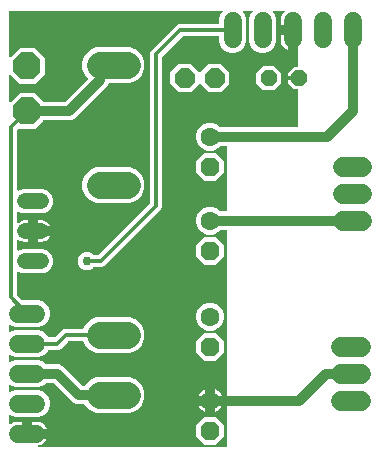
<source format=gbr>
G04 EAGLE Gerber RS-274X export*
G75*
%MOMM*%
%FSLAX34Y34*%
%LPD*%
%INTop Copper*%
%IPPOS*%
%AMOC8*
5,1,8,0,0,1.08239X$1,22.5*%
G01*
%ADD10C,2.250000*%
%ADD11P,1.732040X8X292.500000*%
%ADD12C,1.600200*%
%ADD13C,1.676400*%
%ADD14C,1.320800*%
%ADD15P,1.429621X8X202.500000*%
%ADD16P,1.814519X8X202.500000*%
%ADD17C,1.524000*%
%ADD18P,2.474344X8X22.500000*%
%ADD19C,0.812800*%
%ADD20C,0.304800*%
%ADD21C,0.756400*%

G36*
X219730Y13974D02*
X219730Y13974D01*
X219749Y13972D01*
X219851Y13994D01*
X219953Y14010D01*
X219970Y14020D01*
X219990Y14024D01*
X220079Y14077D01*
X220170Y14126D01*
X220184Y14140D01*
X220201Y14150D01*
X220268Y14229D01*
X220340Y14304D01*
X220348Y14322D01*
X220361Y14337D01*
X220400Y14433D01*
X220443Y14527D01*
X220445Y14547D01*
X220453Y14565D01*
X220471Y14732D01*
X220471Y197104D01*
X220468Y197124D01*
X220470Y197143D01*
X220448Y197245D01*
X220432Y197347D01*
X220422Y197364D01*
X220418Y197384D01*
X220365Y197473D01*
X220316Y197564D01*
X220302Y197578D01*
X220292Y197595D01*
X220213Y197662D01*
X220138Y197734D01*
X220120Y197742D01*
X220105Y197755D01*
X220009Y197794D01*
X219915Y197837D01*
X219895Y197839D01*
X219877Y197847D01*
X219710Y197865D01*
X214885Y197865D01*
X214795Y197851D01*
X214704Y197843D01*
X214674Y197831D01*
X214642Y197826D01*
X214561Y197783D01*
X214478Y197747D01*
X214445Y197721D01*
X214425Y197710D01*
X214403Y197687D01*
X214347Y197642D01*
X212431Y195727D01*
X208089Y193928D01*
X203391Y193928D01*
X199049Y195727D01*
X195727Y199049D01*
X193928Y203391D01*
X193928Y208089D01*
X195727Y212431D01*
X199049Y215753D01*
X203391Y217552D01*
X208089Y217552D01*
X212431Y215753D01*
X214347Y213838D01*
X214421Y213785D01*
X214490Y213725D01*
X214520Y213713D01*
X214546Y213694D01*
X214633Y213667D01*
X214718Y213633D01*
X214759Y213629D01*
X214781Y213622D01*
X214814Y213623D01*
X214885Y213615D01*
X219710Y213615D01*
X219730Y213618D01*
X219749Y213616D01*
X219851Y213638D01*
X219953Y213654D01*
X219970Y213664D01*
X219990Y213668D01*
X220079Y213721D01*
X220170Y213770D01*
X220184Y213784D01*
X220201Y213794D01*
X220268Y213873D01*
X220340Y213948D01*
X220348Y213966D01*
X220361Y213981D01*
X220400Y214077D01*
X220443Y214171D01*
X220445Y214191D01*
X220453Y214209D01*
X220471Y214376D01*
X220471Y268224D01*
X220468Y268244D01*
X220470Y268263D01*
X220448Y268365D01*
X220432Y268467D01*
X220422Y268484D01*
X220418Y268504D01*
X220365Y268593D01*
X220316Y268684D01*
X220302Y268698D01*
X220292Y268715D01*
X220213Y268782D01*
X220138Y268854D01*
X220120Y268862D01*
X220105Y268875D01*
X220009Y268914D01*
X219915Y268957D01*
X219895Y268959D01*
X219877Y268967D01*
X219710Y268985D01*
X214885Y268985D01*
X214795Y268971D01*
X214704Y268963D01*
X214674Y268951D01*
X214642Y268946D01*
X214561Y268903D01*
X214478Y268867D01*
X214445Y268841D01*
X214425Y268830D01*
X214403Y268807D01*
X214347Y268762D01*
X212431Y266847D01*
X208089Y265048D01*
X203391Y265048D01*
X199049Y266847D01*
X195727Y270169D01*
X193928Y274511D01*
X193928Y279209D01*
X195727Y283551D01*
X199049Y286873D01*
X203391Y288672D01*
X208089Y288672D01*
X212431Y286873D01*
X214347Y284958D01*
X214421Y284905D01*
X214490Y284845D01*
X214520Y284833D01*
X214546Y284814D01*
X214633Y284787D01*
X214718Y284753D01*
X214759Y284749D01*
X214781Y284742D01*
X214814Y284743D01*
X214885Y284735D01*
X279400Y284735D01*
X279420Y284738D01*
X279439Y284736D01*
X279541Y284758D01*
X279643Y284774D01*
X279660Y284784D01*
X279680Y284788D01*
X279769Y284841D01*
X279860Y284890D01*
X279874Y284904D01*
X279891Y284914D01*
X279958Y284993D01*
X280030Y285068D01*
X280038Y285086D01*
X280051Y285101D01*
X280090Y285197D01*
X280133Y285291D01*
X280135Y285311D01*
X280143Y285329D01*
X280161Y285496D01*
X280161Y316484D01*
X280158Y316504D01*
X280160Y316523D01*
X280138Y316625D01*
X280122Y316727D01*
X280112Y316744D01*
X280108Y316764D01*
X280055Y316853D01*
X280006Y316944D01*
X279992Y316958D01*
X279982Y316975D01*
X279903Y317042D01*
X279828Y317114D01*
X279810Y317122D01*
X279795Y317135D01*
X279699Y317174D01*
X279605Y317217D01*
X279585Y317219D01*
X279567Y317227D01*
X279400Y317245D01*
X276882Y317245D01*
X271525Y322602D01*
X271525Y324867D01*
X279400Y324867D01*
X279420Y324870D01*
X279439Y324868D01*
X279541Y324890D01*
X279643Y324907D01*
X279660Y324916D01*
X279680Y324920D01*
X279769Y324973D01*
X279860Y325022D01*
X279874Y325036D01*
X279891Y325046D01*
X279958Y325125D01*
X280030Y325200D01*
X280038Y325218D01*
X280051Y325233D01*
X280090Y325329D01*
X280133Y325423D01*
X280135Y325443D01*
X280143Y325461D01*
X280161Y325628D01*
X280161Y327152D01*
X280158Y327172D01*
X280160Y327191D01*
X280138Y327293D01*
X280122Y327395D01*
X280112Y327412D01*
X280108Y327432D01*
X280055Y327521D01*
X280006Y327612D01*
X279992Y327626D01*
X279982Y327643D01*
X279903Y327710D01*
X279828Y327781D01*
X279810Y327790D01*
X279795Y327803D01*
X279699Y327842D01*
X279605Y327885D01*
X279585Y327887D01*
X279567Y327895D01*
X279400Y327913D01*
X271525Y327913D01*
X271525Y330178D01*
X276882Y335535D01*
X279400Y335535D01*
X279420Y335538D01*
X279439Y335536D01*
X279541Y335558D01*
X279643Y335574D01*
X279660Y335584D01*
X279680Y335588D01*
X279769Y335641D01*
X279860Y335690D01*
X279874Y335704D01*
X279891Y335714D01*
X279958Y335793D01*
X280030Y335868D01*
X280038Y335886D01*
X280051Y335901D01*
X280090Y335997D01*
X280133Y336091D01*
X280135Y336111D01*
X280143Y336129D01*
X280161Y336296D01*
X280161Y349164D01*
X280159Y349180D01*
X280161Y349195D01*
X280139Y349301D01*
X280122Y349407D01*
X280114Y349421D01*
X280111Y349436D01*
X280057Y349529D01*
X280006Y349624D01*
X279995Y349635D01*
X279987Y349649D01*
X279906Y349719D01*
X279828Y349793D01*
X279814Y349800D01*
X279802Y349811D01*
X279703Y349852D01*
X279605Y349897D01*
X279589Y349899D01*
X279574Y349905D01*
X279467Y349912D01*
X279361Y349924D01*
X279345Y349921D01*
X279329Y349922D01*
X279165Y349888D01*
X277969Y349499D01*
X277113Y349364D01*
X277113Y366268D01*
X277110Y366288D01*
X277112Y366307D01*
X277090Y366409D01*
X277073Y366511D01*
X277064Y366528D01*
X277060Y366548D01*
X277007Y366637D01*
X276958Y366728D01*
X276944Y366742D01*
X276934Y366759D01*
X276855Y366826D01*
X276780Y366897D01*
X276762Y366906D01*
X276747Y366919D01*
X276651Y366957D01*
X276557Y367001D01*
X276537Y367003D01*
X276519Y367011D01*
X276352Y367029D01*
X275589Y367029D01*
X275589Y367792D01*
X275586Y367812D01*
X275588Y367831D01*
X275566Y367933D01*
X275549Y368035D01*
X275540Y368052D01*
X275536Y368072D01*
X275483Y368161D01*
X275434Y368252D01*
X275420Y368266D01*
X275410Y368283D01*
X275331Y368350D01*
X275256Y368421D01*
X275238Y368430D01*
X275223Y368443D01*
X275127Y368482D01*
X275033Y368525D01*
X275013Y368527D01*
X274995Y368535D01*
X274828Y368553D01*
X265429Y368553D01*
X265429Y375450D01*
X265679Y377029D01*
X266174Y378550D01*
X266900Y379975D01*
X267840Y381269D01*
X268710Y382140D01*
X268752Y382198D01*
X268802Y382250D01*
X268823Y382297D01*
X268854Y382339D01*
X268875Y382408D01*
X268905Y382473D01*
X268911Y382525D01*
X268926Y382575D01*
X268924Y382646D01*
X268932Y382717D01*
X268921Y382768D01*
X268920Y382820D01*
X268895Y382888D01*
X268880Y382958D01*
X268853Y383003D01*
X268835Y383051D01*
X268791Y383107D01*
X268754Y383169D01*
X268714Y383203D01*
X268682Y383243D01*
X268621Y383282D01*
X268567Y383329D01*
X268519Y383348D01*
X268475Y383376D01*
X268405Y383394D01*
X268339Y383421D01*
X268267Y383429D01*
X268236Y383437D01*
X268213Y383435D01*
X268172Y383439D01*
X259404Y383439D01*
X259333Y383428D01*
X259262Y383426D01*
X259213Y383408D01*
X259161Y383400D01*
X259098Y383366D01*
X259031Y383341D01*
X258990Y383309D01*
X258944Y383284D01*
X258895Y383232D01*
X258839Y383188D01*
X258810Y383144D01*
X258775Y383106D01*
X258744Y383041D01*
X258706Y382981D01*
X258693Y382930D01*
X258671Y382883D01*
X258663Y382812D01*
X258645Y382742D01*
X258650Y382690D01*
X258644Y382639D01*
X258659Y382568D01*
X258665Y382497D01*
X258685Y382449D01*
X258696Y382398D01*
X258733Y382337D01*
X258761Y382271D01*
X258806Y382215D01*
X258822Y382187D01*
X258840Y382172D01*
X258866Y382140D01*
X259880Y381125D01*
X261621Y376924D01*
X261621Y357136D01*
X259880Y352935D01*
X256665Y349720D01*
X252464Y347979D01*
X247916Y347979D01*
X243715Y349720D01*
X240500Y352935D01*
X238759Y357136D01*
X238759Y376924D01*
X240500Y381125D01*
X241514Y382140D01*
X241556Y382198D01*
X241605Y382250D01*
X241627Y382297D01*
X241658Y382339D01*
X241679Y382408D01*
X241709Y382473D01*
X241715Y382525D01*
X241730Y382575D01*
X241728Y382646D01*
X241736Y382717D01*
X241725Y382768D01*
X241724Y382820D01*
X241699Y382888D01*
X241684Y382958D01*
X241657Y383003D01*
X241639Y383051D01*
X241594Y383107D01*
X241558Y383169D01*
X241518Y383203D01*
X241486Y383243D01*
X241425Y383282D01*
X241371Y383329D01*
X241323Y383348D01*
X241279Y383376D01*
X241209Y383394D01*
X241143Y383421D01*
X241071Y383429D01*
X241040Y383437D01*
X241017Y383435D01*
X240976Y383439D01*
X234004Y383439D01*
X233933Y383428D01*
X233862Y383426D01*
X233813Y383408D01*
X233761Y383400D01*
X233698Y383366D01*
X233631Y383341D01*
X233590Y383309D01*
X233544Y383284D01*
X233495Y383232D01*
X233439Y383188D01*
X233410Y383144D01*
X233375Y383106D01*
X233344Y383041D01*
X233306Y382981D01*
X233293Y382930D01*
X233271Y382883D01*
X233263Y382812D01*
X233245Y382742D01*
X233250Y382690D01*
X233244Y382639D01*
X233259Y382568D01*
X233265Y382497D01*
X233285Y382449D01*
X233296Y382398D01*
X233333Y382337D01*
X233361Y382271D01*
X233406Y382215D01*
X233422Y382187D01*
X233440Y382172D01*
X233466Y382140D01*
X234480Y381125D01*
X236221Y376924D01*
X236221Y357136D01*
X234480Y352935D01*
X231265Y349720D01*
X227064Y347979D01*
X222516Y347979D01*
X218315Y349720D01*
X215100Y352935D01*
X213359Y357136D01*
X213359Y360934D01*
X213356Y360954D01*
X213358Y360973D01*
X213336Y361075D01*
X213320Y361177D01*
X213310Y361194D01*
X213306Y361214D01*
X213253Y361303D01*
X213204Y361394D01*
X213190Y361408D01*
X213180Y361425D01*
X213101Y361492D01*
X213026Y361564D01*
X213008Y361572D01*
X212993Y361585D01*
X212897Y361624D01*
X212803Y361667D01*
X212783Y361669D01*
X212765Y361677D01*
X212598Y361695D01*
X182865Y361695D01*
X182775Y361681D01*
X182684Y361673D01*
X182654Y361661D01*
X182622Y361656D01*
X182542Y361613D01*
X182458Y361577D01*
X182426Y361551D01*
X182405Y361540D01*
X182383Y361517D01*
X182327Y361472D01*
X165578Y344723D01*
X165525Y344649D01*
X165465Y344580D01*
X165453Y344550D01*
X165434Y344524D01*
X165407Y344437D01*
X165373Y344352D01*
X165369Y344311D01*
X165362Y344288D01*
X165363Y344256D01*
X165355Y344185D01*
X165355Y217315D01*
X164543Y215355D01*
X116115Y166927D01*
X114155Y166115D01*
X107318Y166115D01*
X107228Y166101D01*
X107137Y166093D01*
X107108Y166081D01*
X107076Y166076D01*
X106995Y166033D01*
X106911Y165997D01*
X106879Y165971D01*
X106858Y165960D01*
X106836Y165937D01*
X106780Y165892D01*
X105901Y165013D01*
X103110Y163857D01*
X100090Y163857D01*
X97299Y165013D01*
X95163Y167149D01*
X94007Y169940D01*
X94007Y172960D01*
X95163Y175751D01*
X97299Y177887D01*
X100090Y179043D01*
X103110Y179043D01*
X105901Y177887D01*
X106780Y177008D01*
X106854Y176955D01*
X106923Y176895D01*
X106954Y176883D01*
X106980Y176864D01*
X107067Y176837D01*
X107152Y176803D01*
X107193Y176799D01*
X107215Y176792D01*
X107247Y176793D01*
X107318Y176785D01*
X110568Y176785D01*
X110658Y176799D01*
X110749Y176807D01*
X110779Y176819D01*
X110811Y176824D01*
X110892Y176867D01*
X110976Y176903D01*
X111008Y176929D01*
X111028Y176940D01*
X111051Y176963D01*
X111107Y177008D01*
X154462Y220363D01*
X154515Y220437D01*
X154575Y220507D01*
X154587Y220537D01*
X154606Y220563D01*
X154633Y220650D01*
X154667Y220735D01*
X154671Y220776D01*
X154678Y220798D01*
X154677Y220830D01*
X154685Y220902D01*
X154685Y347771D01*
X155497Y349732D01*
X157105Y351340D01*
X175710Y369945D01*
X177318Y371553D01*
X179279Y372365D01*
X212598Y372365D01*
X212618Y372368D01*
X212637Y372366D01*
X212739Y372388D01*
X212841Y372404D01*
X212858Y372414D01*
X212878Y372418D01*
X212967Y372471D01*
X213058Y372520D01*
X213072Y372534D01*
X213089Y372544D01*
X213156Y372623D01*
X213228Y372698D01*
X213236Y372716D01*
X213249Y372731D01*
X213288Y372827D01*
X213331Y372921D01*
X213333Y372941D01*
X213341Y372959D01*
X213359Y373126D01*
X213359Y376924D01*
X215100Y381125D01*
X216114Y382140D01*
X216156Y382198D01*
X216205Y382250D01*
X216227Y382297D01*
X216258Y382339D01*
X216279Y382408D01*
X216309Y382473D01*
X216315Y382525D01*
X216330Y382575D01*
X216328Y382646D01*
X216336Y382717D01*
X216325Y382768D01*
X216324Y382820D01*
X216299Y382888D01*
X216284Y382958D01*
X216257Y383003D01*
X216239Y383051D01*
X216194Y383107D01*
X216158Y383169D01*
X216118Y383203D01*
X216086Y383243D01*
X216025Y383282D01*
X215971Y383329D01*
X215923Y383348D01*
X215879Y383376D01*
X215809Y383394D01*
X215743Y383421D01*
X215671Y383429D01*
X215640Y383437D01*
X215617Y383435D01*
X215576Y383439D01*
X36322Y383439D01*
X36302Y383436D01*
X36283Y383438D01*
X36181Y383416D01*
X36079Y383400D01*
X36062Y383390D01*
X36042Y383386D01*
X35953Y383333D01*
X35862Y383284D01*
X35848Y383270D01*
X35831Y383260D01*
X35764Y383181D01*
X35692Y383106D01*
X35684Y383088D01*
X35671Y383073D01*
X35632Y382977D01*
X35589Y382883D01*
X35587Y382863D01*
X35579Y382845D01*
X35561Y382678D01*
X35561Y344702D01*
X35572Y344631D01*
X35574Y344560D01*
X35592Y344511D01*
X35600Y344459D01*
X35634Y344396D01*
X35659Y344329D01*
X35691Y344288D01*
X35716Y344242D01*
X35768Y344193D01*
X35812Y344137D01*
X35856Y344109D01*
X35894Y344073D01*
X35959Y344042D01*
X36019Y344004D01*
X36070Y343991D01*
X36117Y343969D01*
X36188Y343961D01*
X36258Y343944D01*
X36310Y343948D01*
X36361Y343942D01*
X36432Y343957D01*
X36503Y343963D01*
X36551Y343983D01*
X36602Y343994D01*
X36663Y344031D01*
X36729Y344059D01*
X36785Y344104D01*
X36813Y344120D01*
X36828Y344138D01*
X36860Y344164D01*
X44487Y351791D01*
X57113Y351791D01*
X66041Y342863D01*
X66041Y330237D01*
X57113Y321309D01*
X44487Y321309D01*
X36860Y328936D01*
X36802Y328978D01*
X36750Y329027D01*
X36703Y329049D01*
X36661Y329080D01*
X36592Y329101D01*
X36527Y329131D01*
X36475Y329137D01*
X36425Y329152D01*
X36354Y329150D01*
X36283Y329158D01*
X36232Y329147D01*
X36180Y329146D01*
X36112Y329121D01*
X36042Y329106D01*
X35997Y329079D01*
X35949Y329061D01*
X35893Y329016D01*
X35831Y328980D01*
X35797Y328940D01*
X35757Y328907D01*
X35718Y328847D01*
X35671Y328793D01*
X35652Y328744D01*
X35624Y328701D01*
X35606Y328631D01*
X35579Y328565D01*
X35571Y328493D01*
X35563Y328462D01*
X35565Y328439D01*
X35561Y328398D01*
X35561Y306602D01*
X35572Y306531D01*
X35574Y306460D01*
X35592Y306411D01*
X35600Y306359D01*
X35634Y306296D01*
X35659Y306229D01*
X35691Y306188D01*
X35716Y306142D01*
X35768Y306093D01*
X35812Y306037D01*
X35856Y306009D01*
X35894Y305973D01*
X35959Y305942D01*
X36019Y305904D01*
X36070Y305891D01*
X36117Y305869D01*
X36188Y305861D01*
X36258Y305844D01*
X36310Y305848D01*
X36361Y305842D01*
X36432Y305857D01*
X36503Y305863D01*
X36551Y305883D01*
X36602Y305894D01*
X36663Y305931D01*
X36729Y305959D01*
X36785Y306004D01*
X36813Y306020D01*
X36828Y306038D01*
X36860Y306064D01*
X44487Y313691D01*
X57113Y313691D01*
X64256Y306548D01*
X64330Y306495D01*
X64399Y306435D01*
X64429Y306423D01*
X64456Y306404D01*
X64543Y306377D01*
X64627Y306343D01*
X64668Y306339D01*
X64691Y306332D01*
X64723Y306333D01*
X64794Y306325D01*
X82783Y306325D01*
X82873Y306339D01*
X82964Y306347D01*
X82994Y306359D01*
X83026Y306364D01*
X83106Y306407D01*
X83190Y306443D01*
X83222Y306469D01*
X83243Y306480D01*
X83265Y306503D01*
X83321Y306548D01*
X102149Y325375D01*
X102161Y325392D01*
X102176Y325404D01*
X102232Y325491D01*
X102292Y325575D01*
X102298Y325594D01*
X102309Y325611D01*
X102334Y325712D01*
X102365Y325810D01*
X102364Y325830D01*
X102369Y325850D01*
X102361Y325952D01*
X102358Y326056D01*
X102352Y326075D01*
X102350Y326095D01*
X102310Y326190D01*
X102274Y326287D01*
X102261Y326303D01*
X102254Y326321D01*
X102149Y326452D01*
X99702Y328899D01*
X97409Y334434D01*
X97409Y340426D01*
X99702Y345961D01*
X103939Y350198D01*
X109474Y352491D01*
X137966Y352491D01*
X143501Y350198D01*
X147738Y345961D01*
X150031Y340426D01*
X150031Y334434D01*
X147738Y328899D01*
X143501Y324662D01*
X137966Y322369D01*
X120595Y322369D01*
X120480Y322350D01*
X120364Y322333D01*
X120358Y322331D01*
X120352Y322330D01*
X120249Y322275D01*
X120145Y322222D01*
X120140Y322217D01*
X120135Y322214D01*
X120055Y322130D01*
X119972Y322046D01*
X119969Y322040D01*
X119965Y322036D01*
X119957Y322019D01*
X119891Y321899D01*
X119146Y320099D01*
X90821Y291774D01*
X87926Y290575D01*
X64794Y290575D01*
X64704Y290561D01*
X64613Y290553D01*
X64583Y290541D01*
X64551Y290536D01*
X64471Y290493D01*
X64387Y290457D01*
X64355Y290431D01*
X64334Y290420D01*
X64312Y290397D01*
X64256Y290352D01*
X57113Y283209D01*
X44487Y283209D01*
X44334Y283363D01*
X44318Y283374D01*
X44305Y283390D01*
X44218Y283446D01*
X44134Y283506D01*
X44115Y283512D01*
X44098Y283523D01*
X43998Y283548D01*
X43899Y283579D01*
X43879Y283578D01*
X43860Y283583D01*
X43757Y283575D01*
X43653Y283572D01*
X43634Y283565D01*
X43614Y283564D01*
X43519Y283523D01*
X43422Y283488D01*
X43406Y283475D01*
X43388Y283467D01*
X43257Y283363D01*
X42654Y282760D01*
X42601Y282686D01*
X42541Y282616D01*
X42529Y282586D01*
X42510Y282560D01*
X42484Y282473D01*
X42450Y282388D01*
X42445Y282347D01*
X42438Y282325D01*
X42439Y282293D01*
X42431Y282221D01*
X42431Y231827D01*
X42438Y231782D01*
X42437Y231736D01*
X42458Y231661D01*
X42471Y231584D01*
X42492Y231544D01*
X42505Y231499D01*
X42549Y231435D01*
X42586Y231367D01*
X42619Y231335D01*
X42645Y231297D01*
X42708Y231251D01*
X42764Y231197D01*
X42806Y231178D01*
X42843Y231151D01*
X42917Y231126D01*
X42987Y231094D01*
X43033Y231089D01*
X43077Y231074D01*
X43154Y231075D01*
X43232Y231067D01*
X43277Y231076D01*
X43323Y231077D01*
X43454Y231115D01*
X43472Y231119D01*
X43476Y231121D01*
X43484Y231124D01*
X47204Y232665D01*
X64556Y232665D01*
X68384Y231079D01*
X71313Y228150D01*
X72899Y224322D01*
X72899Y220178D01*
X71313Y216350D01*
X68384Y213421D01*
X64556Y211835D01*
X47204Y211835D01*
X43484Y213376D01*
X43439Y213387D01*
X43397Y213406D01*
X43320Y213415D01*
X43244Y213433D01*
X43198Y213428D01*
X43153Y213433D01*
X43077Y213417D01*
X42999Y213410D01*
X42957Y213391D01*
X42912Y213381D01*
X42846Y213341D01*
X42775Y213310D01*
X42741Y213278D01*
X42701Y213255D01*
X42651Y213196D01*
X42593Y213143D01*
X42571Y213103D01*
X42541Y213068D01*
X42512Y212996D01*
X42475Y212928D01*
X42467Y212882D01*
X42450Y212840D01*
X42434Y212704D01*
X42431Y212686D01*
X42432Y212681D01*
X42431Y212673D01*
X42431Y204699D01*
X42450Y204581D01*
X42469Y204462D01*
X42470Y204459D01*
X42471Y204456D01*
X42526Y204352D01*
X42582Y204244D01*
X42584Y204241D01*
X42586Y204239D01*
X42672Y204157D01*
X42759Y204073D01*
X42762Y204072D01*
X42764Y204069D01*
X42873Y204019D01*
X42981Y203967D01*
X42984Y203967D01*
X42987Y203966D01*
X43105Y203953D01*
X43226Y203938D01*
X43229Y203939D01*
X43232Y203939D01*
X43348Y203964D01*
X43466Y203989D01*
X43470Y203990D01*
X43472Y203991D01*
X43482Y203997D01*
X43615Y204066D01*
X44944Y204954D01*
X46609Y205643D01*
X48375Y205995D01*
X54357Y205995D01*
X54357Y197612D01*
X54360Y197592D01*
X54358Y197573D01*
X54380Y197471D01*
X54397Y197369D01*
X54406Y197352D01*
X54410Y197332D01*
X54463Y197243D01*
X54512Y197152D01*
X54526Y197138D01*
X54536Y197121D01*
X54615Y197054D01*
X54690Y196983D01*
X54708Y196974D01*
X54723Y196961D01*
X54819Y196923D01*
X54913Y196879D01*
X54933Y196877D01*
X54951Y196869D01*
X55118Y196851D01*
X55881Y196851D01*
X55881Y196849D01*
X55118Y196849D01*
X55098Y196846D01*
X55079Y196848D01*
X54977Y196826D01*
X54875Y196809D01*
X54858Y196800D01*
X54838Y196796D01*
X54749Y196743D01*
X54658Y196694D01*
X54644Y196680D01*
X54627Y196670D01*
X54560Y196591D01*
X54489Y196516D01*
X54480Y196498D01*
X54467Y196483D01*
X54428Y196387D01*
X54385Y196293D01*
X54383Y196273D01*
X54375Y196255D01*
X54357Y196088D01*
X54357Y187705D01*
X48375Y187705D01*
X46609Y188057D01*
X44944Y188746D01*
X43615Y189634D01*
X43506Y189684D01*
X43397Y189734D01*
X43394Y189735D01*
X43391Y189736D01*
X43271Y189748D01*
X43153Y189761D01*
X43150Y189761D01*
X43147Y189761D01*
X43030Y189735D01*
X42912Y189709D01*
X42910Y189708D01*
X42907Y189707D01*
X42806Y189645D01*
X42701Y189583D01*
X42699Y189581D01*
X42697Y189579D01*
X42620Y189488D01*
X42541Y189396D01*
X42540Y189393D01*
X42538Y189391D01*
X42495Y189281D01*
X42450Y189168D01*
X42449Y189164D01*
X42448Y189162D01*
X42448Y189151D01*
X42431Y189001D01*
X42431Y181027D01*
X42438Y180982D01*
X42437Y180936D01*
X42458Y180861D01*
X42471Y180784D01*
X42492Y180744D01*
X42505Y180699D01*
X42549Y180635D01*
X42586Y180567D01*
X42619Y180535D01*
X42645Y180497D01*
X42708Y180451D01*
X42764Y180397D01*
X42806Y180378D01*
X42843Y180351D01*
X42917Y180326D01*
X42987Y180294D01*
X43033Y180289D01*
X43077Y180274D01*
X43154Y180275D01*
X43232Y180267D01*
X43277Y180276D01*
X43323Y180277D01*
X43454Y180315D01*
X43472Y180319D01*
X43476Y180321D01*
X43484Y180324D01*
X47204Y181865D01*
X64556Y181865D01*
X68384Y180279D01*
X71313Y177350D01*
X72899Y173522D01*
X72899Y169378D01*
X71313Y165550D01*
X68384Y162621D01*
X64556Y161035D01*
X47204Y161035D01*
X43484Y162576D01*
X43439Y162587D01*
X43397Y162606D01*
X43320Y162615D01*
X43244Y162633D01*
X43198Y162628D01*
X43153Y162633D01*
X43077Y162617D01*
X42999Y162610D01*
X42957Y162591D01*
X42912Y162581D01*
X42846Y162541D01*
X42775Y162510D01*
X42741Y162478D01*
X42701Y162455D01*
X42651Y162396D01*
X42593Y162343D01*
X42571Y162303D01*
X42541Y162268D01*
X42512Y162196D01*
X42475Y162128D01*
X42467Y162082D01*
X42450Y162040D01*
X42434Y161904D01*
X42431Y161886D01*
X42432Y161881D01*
X42431Y161873D01*
X42431Y143229D01*
X42446Y143139D01*
X42453Y143048D01*
X42466Y143018D01*
X42471Y142986D01*
X42514Y142905D01*
X42549Y142821D01*
X42575Y142789D01*
X42586Y142769D01*
X42609Y142746D01*
X42654Y142690D01*
X46691Y138654D01*
X46765Y138601D01*
X46834Y138541D01*
X46864Y138529D01*
X46891Y138510D01*
X46977Y138483D01*
X47062Y138449D01*
X47103Y138445D01*
X47126Y138438D01*
X47158Y138439D01*
X47229Y138431D01*
X60694Y138431D01*
X64895Y136690D01*
X68110Y133475D01*
X69851Y129274D01*
X69851Y124726D01*
X68110Y120525D01*
X64895Y117310D01*
X60694Y115569D01*
X40906Y115569D01*
X36613Y117348D01*
X36569Y117358D01*
X36527Y117377D01*
X36450Y117386D01*
X36374Y117404D01*
X36328Y117399D01*
X36283Y117404D01*
X36206Y117388D01*
X36129Y117381D01*
X36087Y117362D01*
X36042Y117352D01*
X35975Y117312D01*
X35904Y117281D01*
X35870Y117250D01*
X35831Y117226D01*
X35780Y117167D01*
X35723Y117114D01*
X35701Y117074D01*
X35671Y117039D01*
X35642Y116967D01*
X35605Y116899D01*
X35596Y116854D01*
X35579Y116811D01*
X35564Y116675D01*
X35561Y116657D01*
X35562Y116652D01*
X35561Y116644D01*
X35561Y111956D01*
X35568Y111911D01*
X35566Y111865D01*
X35588Y111790D01*
X35600Y111713D01*
X35622Y111673D01*
X35635Y111628D01*
X35679Y111564D01*
X35716Y111496D01*
X35749Y111464D01*
X35775Y111426D01*
X35838Y111380D01*
X35894Y111326D01*
X35936Y111307D01*
X35972Y111280D01*
X36046Y111255D01*
X36117Y111223D01*
X36163Y111218D01*
X36206Y111203D01*
X36284Y111204D01*
X36361Y111196D01*
X36406Y111205D01*
X36452Y111206D01*
X36584Y111244D01*
X36602Y111248D01*
X36606Y111250D01*
X36613Y111252D01*
X40906Y113031D01*
X60694Y113031D01*
X64895Y111290D01*
X68110Y108075D01*
X68388Y107405D01*
X68450Y107305D01*
X68510Y107205D01*
X68514Y107201D01*
X68518Y107196D01*
X68608Y107121D01*
X68697Y107045D01*
X68702Y107043D01*
X68707Y107039D01*
X68816Y106997D01*
X68925Y106953D01*
X68932Y106952D01*
X68937Y106951D01*
X68955Y106950D01*
X69091Y106935D01*
X73675Y106935D01*
X73765Y106949D01*
X73856Y106957D01*
X73886Y106969D01*
X73918Y106974D01*
X73998Y107017D01*
X74082Y107053D01*
X74114Y107079D01*
X74135Y107090D01*
X74157Y107113D01*
X74213Y107158D01*
X80408Y113353D01*
X82369Y114165D01*
X97869Y114165D01*
X97984Y114184D01*
X98100Y114201D01*
X98106Y114203D01*
X98112Y114204D01*
X98215Y114259D01*
X98320Y114312D01*
X98324Y114317D01*
X98330Y114320D01*
X98409Y114404D01*
X98492Y114488D01*
X98496Y114494D01*
X98499Y114498D01*
X98507Y114515D01*
X98573Y114635D01*
X99702Y117361D01*
X103939Y121598D01*
X109474Y123891D01*
X137966Y123891D01*
X143501Y121598D01*
X147738Y117361D01*
X150031Y111826D01*
X150031Y105834D01*
X147738Y100299D01*
X143501Y96062D01*
X137966Y93769D01*
X109474Y93769D01*
X103939Y96062D01*
X99702Y100299D01*
X98573Y103025D01*
X98511Y103125D01*
X98451Y103225D01*
X98446Y103229D01*
X98443Y103234D01*
X98353Y103309D01*
X98264Y103385D01*
X98258Y103387D01*
X98254Y103391D01*
X98145Y103433D01*
X98036Y103477D01*
X98029Y103478D01*
X98024Y103479D01*
X98006Y103480D01*
X97869Y103495D01*
X85955Y103495D01*
X85865Y103481D01*
X85774Y103473D01*
X85744Y103461D01*
X85712Y103456D01*
X85632Y103413D01*
X85548Y103377D01*
X85516Y103351D01*
X85495Y103340D01*
X85473Y103317D01*
X85417Y103272D01*
X79222Y97077D01*
X77261Y96265D01*
X69091Y96265D01*
X68977Y96246D01*
X68861Y96229D01*
X68855Y96227D01*
X68849Y96226D01*
X68746Y96171D01*
X68641Y96118D01*
X68637Y96113D01*
X68631Y96110D01*
X68551Y96026D01*
X68469Y95942D01*
X68465Y95936D01*
X68462Y95932D01*
X68454Y95915D01*
X68388Y95795D01*
X68110Y95125D01*
X64895Y91910D01*
X60694Y90169D01*
X40906Y90169D01*
X36613Y91948D01*
X36569Y91958D01*
X36527Y91977D01*
X36450Y91986D01*
X36374Y92004D01*
X36328Y91999D01*
X36283Y92004D01*
X36206Y91988D01*
X36129Y91981D01*
X36087Y91962D01*
X36042Y91952D01*
X35975Y91912D01*
X35904Y91881D01*
X35870Y91850D01*
X35831Y91826D01*
X35780Y91767D01*
X35723Y91714D01*
X35701Y91674D01*
X35671Y91639D01*
X35642Y91567D01*
X35605Y91499D01*
X35596Y91454D01*
X35579Y91411D01*
X35564Y91275D01*
X35561Y91257D01*
X35562Y91252D01*
X35561Y91244D01*
X35561Y86556D01*
X35568Y86511D01*
X35566Y86465D01*
X35588Y86390D01*
X35600Y86313D01*
X35622Y86273D01*
X35635Y86228D01*
X35679Y86164D01*
X35716Y86096D01*
X35749Y86064D01*
X35775Y86026D01*
X35838Y85980D01*
X35894Y85926D01*
X35936Y85907D01*
X35972Y85880D01*
X36046Y85855D01*
X36117Y85823D01*
X36163Y85818D01*
X36206Y85803D01*
X36284Y85804D01*
X36361Y85796D01*
X36406Y85805D01*
X36452Y85806D01*
X36584Y85844D01*
X36602Y85848D01*
X36606Y85850D01*
X36613Y85852D01*
X40906Y87631D01*
X60694Y87631D01*
X64895Y85890D01*
X66488Y84298D01*
X66562Y84245D01*
X66631Y84185D01*
X66661Y84173D01*
X66688Y84154D01*
X66774Y84127D01*
X66859Y84093D01*
X66900Y84089D01*
X66923Y84082D01*
X66955Y84083D01*
X67026Y84075D01*
X77766Y84075D01*
X80661Y82876D01*
X82983Y80554D01*
X97409Y66128D01*
X97483Y66075D01*
X97552Y66015D01*
X97582Y66003D01*
X97609Y65984D01*
X97696Y65957D01*
X97780Y65923D01*
X97821Y65919D01*
X97844Y65912D01*
X97876Y65913D01*
X97947Y65905D01*
X98922Y65905D01*
X99036Y65924D01*
X99153Y65941D01*
X99158Y65943D01*
X99164Y65944D01*
X99267Y65999D01*
X99372Y66052D01*
X99376Y66057D01*
X99382Y66060D01*
X99462Y66145D01*
X99544Y66228D01*
X99548Y66234D01*
X99551Y66238D01*
X99559Y66255D01*
X99625Y66375D01*
X99702Y66561D01*
X103939Y70798D01*
X109474Y73091D01*
X137966Y73091D01*
X143501Y70798D01*
X147738Y66561D01*
X150031Y61026D01*
X150031Y55034D01*
X147738Y49499D01*
X143501Y45262D01*
X137966Y42969D01*
X109474Y42969D01*
X103939Y45262D01*
X99702Y49499D01*
X99625Y49685D01*
X99563Y49785D01*
X99503Y49885D01*
X99499Y49889D01*
X99495Y49894D01*
X99405Y49969D01*
X99316Y50045D01*
X99311Y50047D01*
X99306Y50051D01*
X99197Y50093D01*
X99088Y50137D01*
X99081Y50138D01*
X99076Y50139D01*
X99058Y50140D01*
X98922Y50155D01*
X92804Y50155D01*
X89909Y51354D01*
X73161Y68102D01*
X73087Y68155D01*
X73018Y68215D01*
X72988Y68227D01*
X72961Y68246D01*
X72874Y68273D01*
X72790Y68307D01*
X72749Y68311D01*
X72726Y68318D01*
X72694Y68317D01*
X72623Y68325D01*
X67026Y68325D01*
X66936Y68311D01*
X66845Y68303D01*
X66815Y68291D01*
X66783Y68286D01*
X66703Y68243D01*
X66619Y68207D01*
X66587Y68181D01*
X66566Y68170D01*
X66544Y68147D01*
X66488Y68102D01*
X64895Y66510D01*
X60694Y64769D01*
X40906Y64769D01*
X36613Y66548D01*
X36569Y66558D01*
X36527Y66577D01*
X36450Y66586D01*
X36374Y66604D01*
X36328Y66599D01*
X36283Y66604D01*
X36206Y66588D01*
X36129Y66581D01*
X36087Y66562D01*
X36042Y66552D01*
X35975Y66512D01*
X35904Y66481D01*
X35870Y66450D01*
X35831Y66426D01*
X35780Y66367D01*
X35723Y66314D01*
X35701Y66274D01*
X35671Y66239D01*
X35642Y66167D01*
X35605Y66099D01*
X35596Y66054D01*
X35579Y66011D01*
X35564Y65875D01*
X35561Y65857D01*
X35562Y65852D01*
X35561Y65844D01*
X35561Y61156D01*
X35563Y61141D01*
X35562Y61129D01*
X35568Y61101D01*
X35566Y61065D01*
X35588Y60990D01*
X35600Y60913D01*
X35622Y60873D01*
X35635Y60828D01*
X35679Y60764D01*
X35716Y60696D01*
X35749Y60664D01*
X35775Y60626D01*
X35838Y60580D01*
X35894Y60526D01*
X35936Y60507D01*
X35972Y60480D01*
X36046Y60455D01*
X36117Y60423D01*
X36163Y60418D01*
X36206Y60403D01*
X36284Y60404D01*
X36361Y60396D01*
X36406Y60405D01*
X36452Y60406D01*
X36584Y60444D01*
X36602Y60448D01*
X36606Y60450D01*
X36613Y60452D01*
X40906Y62231D01*
X60694Y62231D01*
X64895Y60490D01*
X68110Y57275D01*
X69851Y53074D01*
X69851Y48526D01*
X68110Y44325D01*
X64895Y41110D01*
X60694Y39369D01*
X40906Y39369D01*
X36613Y41148D01*
X36569Y41158D01*
X36527Y41177D01*
X36450Y41186D01*
X36374Y41204D01*
X36328Y41199D01*
X36283Y41204D01*
X36206Y41188D01*
X36129Y41181D01*
X36087Y41162D01*
X36042Y41152D01*
X35975Y41112D01*
X35904Y41081D01*
X35870Y41050D01*
X35831Y41026D01*
X35780Y40967D01*
X35723Y40914D01*
X35701Y40874D01*
X35671Y40839D01*
X35642Y40767D01*
X35605Y40699D01*
X35596Y40654D01*
X35579Y40611D01*
X35564Y40475D01*
X35561Y40457D01*
X35562Y40452D01*
X35561Y40444D01*
X35561Y33918D01*
X35563Y33906D01*
X35561Y33894D01*
X35582Y33785D01*
X35600Y33675D01*
X35606Y33664D01*
X35608Y33653D01*
X35664Y33556D01*
X35716Y33458D01*
X35724Y33449D01*
X35730Y33439D01*
X35813Y33365D01*
X35894Y33288D01*
X35905Y33283D01*
X35914Y33275D01*
X36016Y33231D01*
X36117Y33185D01*
X36129Y33183D01*
X36140Y33178D01*
X36251Y33170D01*
X36361Y33157D01*
X36373Y33160D01*
X36385Y33159D01*
X36493Y33186D01*
X36602Y33210D01*
X36612Y33216D01*
X36624Y33219D01*
X36769Y33302D01*
X37855Y34090D01*
X39280Y34816D01*
X40801Y35311D01*
X42380Y35561D01*
X49277Y35561D01*
X49277Y26162D01*
X49280Y26142D01*
X49278Y26123D01*
X49300Y26021D01*
X49317Y25919D01*
X49326Y25902D01*
X49330Y25882D01*
X49383Y25793D01*
X49432Y25702D01*
X49446Y25688D01*
X49456Y25671D01*
X49535Y25604D01*
X49610Y25533D01*
X49628Y25524D01*
X49643Y25511D01*
X49739Y25473D01*
X49833Y25429D01*
X49853Y25427D01*
X49871Y25419D01*
X50038Y25401D01*
X50801Y25401D01*
X50801Y24638D01*
X50804Y24618D01*
X50802Y24599D01*
X50824Y24497D01*
X50841Y24395D01*
X50850Y24378D01*
X50854Y24358D01*
X50907Y24269D01*
X50956Y24178D01*
X50970Y24164D01*
X50980Y24147D01*
X51059Y24080D01*
X51134Y24009D01*
X51152Y24000D01*
X51167Y23987D01*
X51263Y23948D01*
X51357Y23905D01*
X51377Y23903D01*
X51395Y23895D01*
X51562Y23877D01*
X68466Y23877D01*
X68331Y23021D01*
X67836Y21500D01*
X67110Y20075D01*
X66170Y18781D01*
X65039Y17650D01*
X63745Y16710D01*
X62320Y15984D01*
X60799Y15489D01*
X60764Y15484D01*
X60703Y15464D01*
X60640Y15453D01*
X60587Y15425D01*
X60530Y15407D01*
X60479Y15368D01*
X60423Y15338D01*
X60382Y15295D01*
X60334Y15259D01*
X60297Y15206D01*
X60253Y15160D01*
X60228Y15106D01*
X60194Y15057D01*
X60177Y14995D01*
X60150Y14937D01*
X60143Y14878D01*
X60127Y14820D01*
X60130Y14756D01*
X60123Y14693D01*
X60135Y14634D01*
X60138Y14574D01*
X60161Y14515D01*
X60175Y14452D01*
X60206Y14401D01*
X60227Y14345D01*
X60268Y14296D01*
X60301Y14241D01*
X60347Y14202D01*
X60385Y14156D01*
X60439Y14123D01*
X60488Y14081D01*
X60544Y14059D01*
X60594Y14027D01*
X60657Y14013D01*
X60716Y13989D01*
X60802Y13980D01*
X60834Y13972D01*
X60859Y13973D01*
X60883Y13971D01*
X219710Y13971D01*
X219730Y13974D01*
G37*
%LPC*%
G36*
X109474Y220769D02*
X109474Y220769D01*
X103939Y223062D01*
X99702Y227299D01*
X97409Y232834D01*
X97409Y238826D01*
X99702Y244361D01*
X103939Y248598D01*
X109474Y250891D01*
X137966Y250891D01*
X143501Y248598D01*
X147738Y244361D01*
X150031Y238826D01*
X150031Y232834D01*
X147738Y227299D01*
X143501Y223062D01*
X137966Y220769D01*
X109474Y220769D01*
G37*
%LPD*%
%LPC*%
G36*
X179100Y314197D02*
X179100Y314197D01*
X171957Y321340D01*
X171957Y331440D01*
X179100Y338583D01*
X189200Y338583D01*
X196312Y331471D01*
X196328Y331460D01*
X196340Y331444D01*
X196428Y331388D01*
X196511Y331328D01*
X196530Y331322D01*
X196547Y331311D01*
X196648Y331286D01*
X196747Y331255D01*
X196766Y331256D01*
X196786Y331251D01*
X196889Y331259D01*
X196992Y331262D01*
X197011Y331269D01*
X197031Y331270D01*
X197126Y331311D01*
X197223Y331346D01*
X197239Y331359D01*
X197257Y331367D01*
X197388Y331471D01*
X204500Y338583D01*
X214600Y338583D01*
X221743Y331440D01*
X221743Y321340D01*
X214600Y314197D01*
X204500Y314197D01*
X197388Y321309D01*
X197372Y321320D01*
X197360Y321336D01*
X197289Y321382D01*
X197261Y321405D01*
X197245Y321412D01*
X197189Y321452D01*
X197170Y321458D01*
X197153Y321469D01*
X197052Y321494D01*
X196953Y321525D01*
X196934Y321524D01*
X196914Y321529D01*
X196811Y321521D01*
X196708Y321518D01*
X196689Y321511D01*
X196669Y321510D01*
X196574Y321469D01*
X196477Y321434D01*
X196461Y321421D01*
X196443Y321413D01*
X196383Y321366D01*
X196374Y321361D01*
X196364Y321351D01*
X196312Y321309D01*
X189200Y314197D01*
X179100Y314197D01*
G37*
%LPD*%
%LPC*%
G36*
X200847Y239648D02*
X200847Y239648D01*
X193928Y246567D01*
X193928Y256353D01*
X200847Y263272D01*
X210633Y263272D01*
X217552Y256353D01*
X217552Y246567D01*
X210633Y239648D01*
X200847Y239648D01*
G37*
%LPD*%
%LPC*%
G36*
X200847Y168528D02*
X200847Y168528D01*
X193928Y175447D01*
X193928Y185233D01*
X200847Y192152D01*
X210633Y192152D01*
X217552Y185233D01*
X217552Y175447D01*
X210633Y168528D01*
X200847Y168528D01*
G37*
%LPD*%
%LPC*%
G36*
X200847Y87248D02*
X200847Y87248D01*
X193928Y94167D01*
X193928Y103953D01*
X200847Y110872D01*
X210633Y110872D01*
X217552Y103953D01*
X217552Y94167D01*
X210633Y87248D01*
X200847Y87248D01*
G37*
%LPD*%
%LPC*%
G36*
X200847Y16128D02*
X200847Y16128D01*
X193928Y23047D01*
X193928Y32833D01*
X200847Y39752D01*
X210633Y39752D01*
X217552Y32833D01*
X217552Y23047D01*
X210633Y16128D01*
X200847Y16128D01*
G37*
%LPD*%
%LPC*%
G36*
X203391Y112648D02*
X203391Y112648D01*
X199049Y114447D01*
X195727Y117769D01*
X193928Y122111D01*
X193928Y126809D01*
X195727Y131151D01*
X199049Y134473D01*
X203391Y136272D01*
X208089Y136272D01*
X212431Y134473D01*
X215753Y131151D01*
X217552Y126809D01*
X217552Y122111D01*
X215753Y117769D01*
X212431Y114447D01*
X208089Y112648D01*
X203391Y112648D01*
G37*
%LPD*%
%LPC*%
G36*
X250956Y315975D02*
X250956Y315975D01*
X244855Y322076D01*
X244855Y330704D01*
X250956Y336805D01*
X259584Y336805D01*
X265685Y330704D01*
X265685Y322076D01*
X259584Y315975D01*
X250956Y315975D01*
G37*
%LPD*%
%LPC*%
G36*
X52323Y26923D02*
X52323Y26923D01*
X52323Y35561D01*
X59220Y35561D01*
X60799Y35311D01*
X62320Y34816D01*
X63745Y34090D01*
X65039Y33150D01*
X66170Y32019D01*
X67110Y30725D01*
X67836Y29300D01*
X68331Y27779D01*
X68466Y26923D01*
X52323Y26923D01*
G37*
%LPD*%
%LPC*%
G36*
X273211Y349499D02*
X273211Y349499D01*
X271690Y349994D01*
X270265Y350720D01*
X268971Y351660D01*
X267840Y352791D01*
X266900Y354085D01*
X266174Y355510D01*
X265679Y357031D01*
X265429Y358610D01*
X265429Y365507D01*
X274067Y365507D01*
X274067Y349364D01*
X273211Y349499D01*
G37*
%LPD*%
%LPC*%
G36*
X57403Y198373D02*
X57403Y198373D01*
X57403Y205995D01*
X63385Y205995D01*
X65151Y205643D01*
X66816Y204954D01*
X68314Y203953D01*
X69587Y202680D01*
X70588Y201182D01*
X71277Y199517D01*
X71505Y198373D01*
X57403Y198373D01*
G37*
%LPD*%
%LPC*%
G36*
X57403Y187705D02*
X57403Y187705D01*
X57403Y195327D01*
X71505Y195327D01*
X71277Y194183D01*
X70588Y192518D01*
X69587Y191020D01*
X68314Y189747D01*
X66816Y188746D01*
X65151Y188057D01*
X63385Y187705D01*
X57403Y187705D01*
G37*
%LPD*%
%LPC*%
G36*
X207263Y54863D02*
X207263Y54863D01*
X207263Y63772D01*
X208208Y63622D01*
X209787Y63109D01*
X211265Y62356D01*
X212607Y61381D01*
X213781Y60207D01*
X214756Y58865D01*
X215509Y57387D01*
X216022Y55808D01*
X216172Y54863D01*
X207263Y54863D01*
G37*
%LPD*%
%LPC*%
G36*
X195308Y54863D02*
X195308Y54863D01*
X195458Y55808D01*
X195971Y57387D01*
X196724Y58865D01*
X197699Y60207D01*
X198873Y61381D01*
X200215Y62356D01*
X201693Y63109D01*
X203272Y63622D01*
X204217Y63772D01*
X204217Y54863D01*
X195308Y54863D01*
G37*
%LPD*%
%LPC*%
G36*
X207263Y51817D02*
X207263Y51817D01*
X216172Y51817D01*
X216022Y50872D01*
X215509Y49293D01*
X214756Y47815D01*
X213781Y46473D01*
X212607Y45299D01*
X211265Y44324D01*
X209787Y43571D01*
X208208Y43058D01*
X207263Y42908D01*
X207263Y51817D01*
G37*
%LPD*%
%LPC*%
G36*
X203272Y43058D02*
X203272Y43058D01*
X201693Y43571D01*
X200215Y44324D01*
X198873Y45299D01*
X197699Y46473D01*
X196724Y47815D01*
X195971Y49293D01*
X195458Y50872D01*
X195308Y51817D01*
X204217Y51817D01*
X204217Y42908D01*
X203272Y43058D01*
G37*
%LPD*%
%LPC*%
G36*
X205739Y53339D02*
X205739Y53339D01*
X205739Y53341D01*
X205741Y53341D01*
X205741Y53339D01*
X205739Y53339D01*
G37*
%LPD*%
D10*
X112470Y58030D02*
X134970Y58030D01*
X134970Y108830D02*
X112470Y108830D01*
X112470Y235830D02*
X134970Y235830D01*
X134970Y337430D02*
X112470Y337430D01*
D11*
X205740Y180340D03*
D12*
X205740Y205740D03*
D11*
X205740Y251460D03*
D12*
X205740Y276860D03*
D11*
X205740Y99060D03*
D12*
X205740Y124460D03*
D11*
X205740Y27940D03*
D12*
X205740Y53340D03*
D13*
X318008Y205740D02*
X334772Y205740D01*
X334772Y228600D02*
X318008Y228600D01*
X318008Y251460D02*
X334772Y251460D01*
D14*
X62484Y171450D02*
X49276Y171450D01*
X49276Y222250D02*
X62484Y222250D01*
X62484Y196850D02*
X49276Y196850D01*
D15*
X280670Y326390D03*
X255270Y326390D03*
D16*
X209550Y326390D03*
X184150Y326390D03*
D17*
X326390Y359410D02*
X326390Y374650D01*
X300990Y374650D02*
X300990Y359410D01*
X275590Y359410D02*
X275590Y374650D01*
X250190Y374650D02*
X250190Y359410D01*
X224790Y359410D02*
X224790Y374650D01*
D18*
X50800Y336550D03*
X50800Y298450D03*
D17*
X58420Y25400D02*
X43180Y25400D01*
X43180Y50800D02*
X58420Y50800D01*
X58420Y76200D02*
X43180Y76200D01*
X43180Y101600D02*
X58420Y101600D01*
X58420Y127000D02*
X43180Y127000D01*
D13*
X316738Y53340D02*
X333502Y53340D01*
X333502Y76200D02*
X316738Y76200D01*
X316738Y99060D02*
X333502Y99060D01*
D19*
X86360Y298450D02*
X50800Y298450D01*
X112470Y324560D02*
X112470Y337430D01*
X112470Y324560D02*
X86360Y298450D01*
D20*
X50800Y298450D02*
X37096Y284746D01*
X37096Y140704D01*
X50800Y127000D01*
D19*
X94370Y58030D02*
X112470Y58030D01*
X94370Y58030D02*
X76200Y76200D01*
X50800Y76200D01*
X205740Y205740D02*
X326390Y205740D01*
X326390Y298450D02*
X326390Y367030D01*
X304800Y276860D02*
X205740Y276860D01*
X304800Y276860D02*
X326390Y298450D01*
X275590Y349250D02*
X275590Y367030D01*
X69850Y25400D02*
X50800Y25400D01*
X205740Y53340D02*
X205740Y62230D01*
X205740Y53340D02*
X195580Y53340D01*
X205740Y53340D02*
X205740Y44450D01*
X71120Y196850D02*
X55880Y196850D01*
X55880Y207010D01*
X55880Y196850D02*
X55880Y186690D01*
X50800Y35306D02*
X50800Y25400D01*
X265684Y367030D02*
X275590Y367030D01*
X303772Y76200D02*
X325120Y76200D01*
X303772Y76200D02*
X280912Y53340D01*
X205740Y53340D01*
D20*
X160020Y346710D02*
X180340Y367030D01*
X224790Y367030D01*
D21*
X101600Y171450D03*
D20*
X113093Y171450D01*
X160020Y218377D01*
X160020Y346710D01*
X83430Y108830D02*
X76200Y101600D01*
X83430Y108830D02*
X112470Y108830D01*
X76200Y101600D02*
X50800Y101600D01*
M02*

</source>
